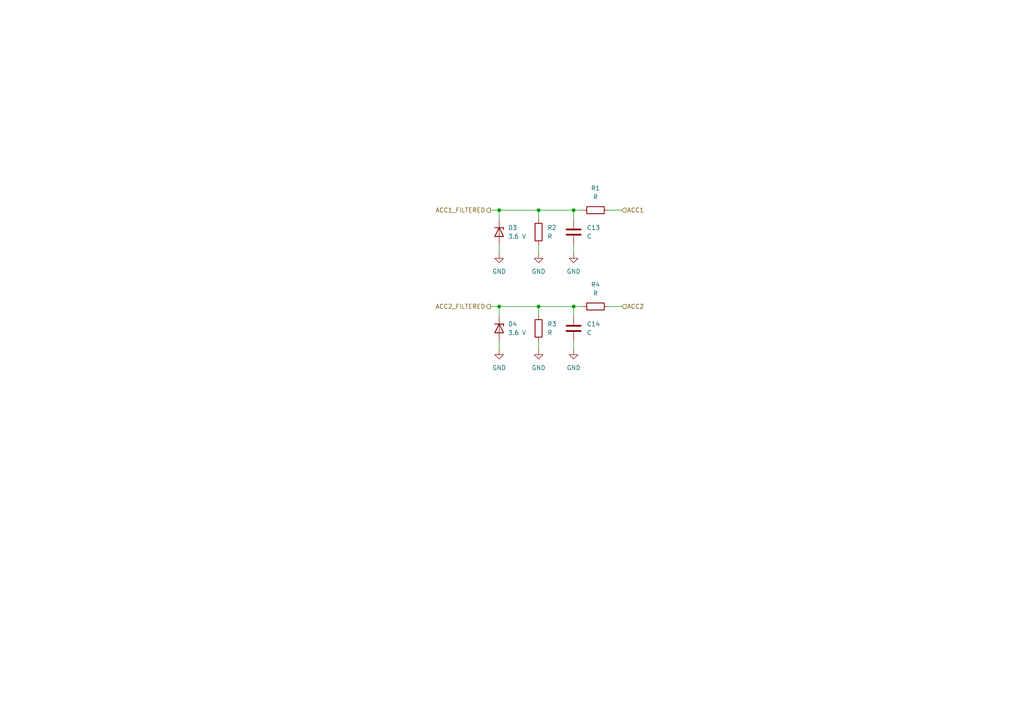
<source format=kicad_sch>
(kicad_sch (version 20231120) (generator "eeschema") (generator_version "8.0")
  (paper "A4")
  (lib_symbols
    (symbol "Device:C" (pin_numbers hide) (pin_names (offset 0.254))
      (property "Reference" "C" (at 0.635 2.54 0))
      (property "Value" "C" (at 0.635 -2.54 0))
      (symbol "C_0_1"
        (polyline (pts (xy -2.032 -0.762) (xy 2.032 -0.762)) (stroke (width 0.508)))
        (polyline (pts (xy -2.032 0.762) (xy 2.032 0.762)) (stroke (width 0.508)))
      )
      (symbol "C_1_1"
        (pin passive line (at 0 3.81 270) (length 2.794) (name "~") (number "1"))
        (pin passive line (at 0 -3.81 90) (length 2.794) (name "~") (number "2"))
      )
    )
    (symbol "Device:D_Zener" (pin_numbers hide) (pin_names (offset 1.016) hide)
      (property "Reference" "D" (at 0 2.54 0))
      (property "Value" "D_Zener" (at 0 -2.54 0))
      (symbol "D_Zener_0_1"
        (polyline (pts (xy 1.27 0) (xy -1.27 0)))
        (polyline (pts (xy -1.27 -1.27) (xy -1.27 1.27) (xy -0.762 1.27)) (stroke (width 0.254)))
        (polyline (pts (xy 1.27 -1.27) (xy 1.27 1.27) (xy -1.27 0) (xy 1.27 -1.27)) (stroke (width 0.254)))
      )
      (symbol "D_Zener_1_1"
        (pin passive line (at -3.81 0 0) (length 2.54) (name "K") (number "1"))
        (pin passive line (at 3.81 0 180) (length 2.54) (name "A") (number "2"))
      )
    )
    (symbol "Device:R" (pin_numbers hide) (pin_names (offset 0))
      (property "Reference" "R" (at 2.032 0 90))
      (property "Value" "R" (at 0 0 90))
      (symbol "R_0_1"
        (rectangle (start -1.016 -2.54) (end 1.016 2.54) (stroke (width 0.254)))
      )
      (symbol "R_1_1"
        (pin passive line (at 0 3.81 270) (length 1.27) (name "~") (number "1"))
        (pin passive line (at 0 -3.81 90) (length 1.27) (name "~") (number "2"))
      )
    )
    (symbol "power:GND" (power) (pin_numbers hide) (pin_names (offset 0) hide)
      (property "Value" "GND" (at 0 -3.81 0))
      (symbol "GND_0_1"
        (polyline (pts (xy 0 0) (xy 0 -1.27) (xy 1.27 -1.27) (xy 0 -2.54) (xy -1.27 -1.27) (xy 0 -1.27)))
      )
      (symbol "GND_1_1"
        (pin power_in line (at 0 0 270) (length 0) (name "~") (number "1"))
      )
    )
  )
  (junction (at 156.21 88.9))
  (junction (at 166.37 60.96))
  (junction (at 144.78 60.96))
  (junction (at 166.37 88.9))
  (junction (at 144.78 88.9))
  (junction (at 156.21 60.96))
  (wire (pts (xy 156.21 88.9) (xy 166.37 88.9)))
  (wire (pts (xy 144.78 88.9) (xy 156.21 88.9)))
  (wire (pts (xy 156.21 88.9) (xy 156.21 91.44)))
  (wire (pts (xy 156.21 99.06) (xy 156.21 101.6)))
  (wire (pts (xy 156.21 60.96) (xy 156.21 63.5)))
  (wire (pts (xy 144.78 71.12) (xy 144.78 73.66)))
  (wire (pts (xy 144.78 60.96) (xy 144.78 63.5)))
  (wire (pts (xy 144.78 60.96) (xy 156.21 60.96)))
  (wire (pts (xy 166.37 88.9) (xy 168.91 88.9)))
  (wire (pts (xy 166.37 60.96) (xy 168.91 60.96)))
  (wire (pts (xy 142.24 88.9) (xy 144.78 88.9)))
  (wire (pts (xy 166.37 88.9) (xy 166.37 91.44)))
  (wire (pts (xy 176.53 60.96) (xy 180.34 60.96)))
  (wire (pts (xy 166.37 99.06) (xy 166.37 101.6)))
  (wire (pts (xy 166.37 71.12) (xy 166.37 73.66)))
  (wire (pts (xy 166.37 60.96) (xy 166.37 63.5)))
  (wire (pts (xy 142.24 60.96) (xy 144.78 60.96)))
  (wire (pts (xy 156.21 60.96) (xy 166.37 60.96)))
  (wire (pts (xy 144.78 88.9) (xy 144.78 91.44)))
  (wire (pts (xy 144.78 99.06) (xy 144.78 101.6)))
  (wire (pts (xy 176.53 88.9) (xy 180.34 88.9)))
  (wire (pts (xy 156.21 71.12) (xy 156.21 73.66)))
  (hierarchical_label "ACC2" (shape input) (at 180.34 88.9 0))
  (hierarchical_label "ACC2_FILTERED" (shape output) (at 142.24 88.9 180))
  (hierarchical_label "ACC1" (shape input) (at 180.34 60.96 0))
  (hierarchical_label "ACC1_FILTERED" (shape output) (at 142.24 60.96 180))
  (symbol (lib_id "Device:R") (at 172.72 88.9 90) (unit 1)
    (property "Reference" "R4" (at 172.72 82.55 90))
    (property "Value" "R" (at 172.72 85.09 90))
    (property "Description" "Resistor" (effects (hide yes)))
  )
  (symbol (lib_id "power:GND") (at 144.78 101.6 0) (unit 1)
    (property "Reference" "#PWR038" (effects (hide yes)))
    (property "Value" "GND" (at 144.78 106.68 0))
    (property "Description" "Power symbol creates a global label with name \"GND\" , ground" (effects (hide yes)))
  )
  (symbol (lib_id "Device:D_Zener") (at 144.78 95.25 270) (unit 1)
    (property "Reference" "D4" (at 147.32 93.9799 90) (effects (justify left)))
    (property "Value" "3.6 V" (at 147.32 96.5199 90) (effects (justify left)))
    (property "Description" "Zener diode" (effects (hide yes)))
  )
  (symbol (lib_id "Device:C") (at 166.37 67.31 0) (unit 1)
    (property "Reference" "C13" (at 170.18 66.0399 0) (effects (justify left)))
    (property "Value" "C" (at 170.18 68.5799 0) (effects (justify left)))
    (property "Description" "Unpolarized capacitor" (effects (hide yes)))
  )
  (symbol (lib_id "power:GND") (at 156.21 101.6 0) (unit 1)
    (property "Reference" "#PWR039" (effects (hide yes)))
    (property "Value" "GND" (at 156.21 106.68 0))
    (property "Description" "Power symbol creates a global label with name \"GND\" , ground" (effects (hide yes)))
  )
  (symbol (lib_id "power:GND") (at 156.21 73.66 0) (unit 1)
    (property "Reference" "#PWR036" (effects (hide yes)))
    (property "Value" "GND" (at 156.21 78.74 0))
    (property "Description" "Power symbol creates a global label with name \"GND\" , ground" (effects (hide yes)))
  )
  (symbol (lib_id "power:GND") (at 166.37 73.66 0) (unit 1)
    (property "Reference" "#PWR037" (effects (hide yes)))
    (property "Value" "GND" (at 166.37 78.74 0))
    (property "Description" "Power symbol creates a global label with name \"GND\" , ground" (effects (hide yes)))
  )
  (symbol (lib_id "power:GND") (at 144.78 73.66 0) (unit 1)
    (property "Reference" "#PWR035" (effects (hide yes)))
    (property "Value" "GND" (at 144.78 78.74 0))
    (property "Description" "Power symbol creates a global label with name \"GND\" , ground" (effects (hide yes)))
  )
  (symbol (lib_id "power:GND") (at 166.37 101.6 0) (unit 1)
    (property "Reference" "#PWR040" (effects (hide yes)))
    (property "Value" "GND" (at 166.37 106.68 0))
    (property "Description" "Power symbol creates a global label with name \"GND\" , ground" (effects (hide yes)))
  )
  (symbol (lib_id "Device:R") (at 156.21 67.31 180) (unit 1)
    (property "Reference" "R2" (at 158.75 66.0399 0) (effects (justify right)))
    (property "Value" "R" (at 158.75 68.5799 0) (effects (justify right)))
    (property "Description" "Resistor" (effects (hide yes)))
  )
  (symbol (lib_id "Device:R") (at 172.72 60.96 90) (unit 1)
    (property "Reference" "R1" (at 172.72 54.61 90))
    (property "Value" "R" (at 172.72 57.15 90))
    (property "Description" "Resistor" (effects (hide yes)))
  )
  (symbol (lib_id "Device:C") (at 166.37 95.25 0) (unit 1)
    (property "Reference" "C14" (at 170.18 93.9799 0) (effects (justify left)))
    (property "Value" "C" (at 170.18 96.5199 0) (effects (justify left)))
    (property "Description" "Unpolarized capacitor" (effects (hide yes)))
  )
  (symbol (lib_id "Device:R") (at 156.21 95.25 180) (unit 1)
    (property "Reference" "R3" (at 158.75 93.9799 0) (effects (justify right)))
    (property "Value" "R" (at 158.75 96.5199 0) (effects (justify right)))
    (property "Description" "Resistor" (effects (hide yes)))
  )
  (symbol (lib_id "Device:D_Zener") (at 144.78 67.31 270) (unit 1)
    (property "Reference" "D3" (at 147.32 66.0399 90) (effects (justify left)))
    (property "Value" "3.6 V" (at 147.32 68.5799 90) (effects (justify left)))
    (property "Description" "Zener diode" (effects (hide yes)))
  )
)
</source>
